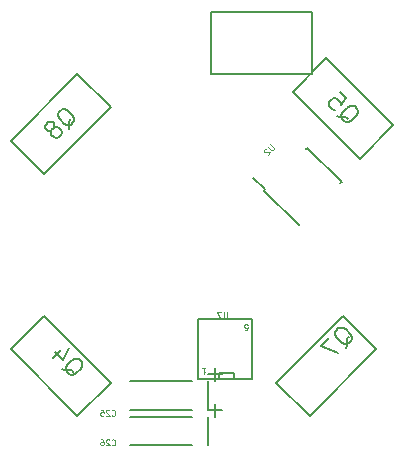
<source format=gbr>
G04 #@! TF.FileFunction,Legend,Bot*
%FSLAX46Y46*%
G04 Gerber Fmt 4.6, Leading zero omitted, Abs format (unit mm)*
G04 Created by KiCad (PCBNEW (2014-12-04 BZR 5312)-product) date 8/23/2015 4:43:04 PM*
%MOMM*%
G01*
G04 APERTURE LIST*
%ADD10C,0.100000*%
%ADD11C,0.125000*%
%ADD12C,0.150000*%
G04 APERTURE END LIST*
D10*
D11*
X154080952Y-97973810D02*
X154319047Y-97973810D01*
X154342857Y-97735714D01*
X154319047Y-97759524D01*
X154271428Y-97783333D01*
X154152381Y-97783333D01*
X154104762Y-97759524D01*
X154080952Y-97735714D01*
X154057143Y-97688095D01*
X154057143Y-97569048D01*
X154080952Y-97521429D01*
X154104762Y-97497619D01*
X154152381Y-97473810D01*
X154271428Y-97473810D01*
X154319047Y-97497619D01*
X154342857Y-97521429D01*
X150457143Y-101173810D02*
X150742857Y-101173810D01*
X150600000Y-101173810D02*
X150600000Y-101673810D01*
X150647619Y-101602381D01*
X150695238Y-101554762D01*
X150742857Y-101530952D01*
D12*
X162414214Y-96757359D02*
X165242641Y-99585786D01*
X165242641Y-99585786D02*
X159585786Y-105242641D01*
X159585786Y-105242641D02*
X156757359Y-102414214D01*
X156757359Y-102414214D02*
X162414214Y-96757359D01*
X142742641Y-102414214D02*
X139914214Y-105242641D01*
X139914214Y-105242641D02*
X134257359Y-99585786D01*
X134257359Y-99585786D02*
X137085786Y-96757359D01*
X137085786Y-96757359D02*
X142742641Y-102414214D01*
X158157359Y-77785786D02*
X160985786Y-74957359D01*
X160985786Y-74957359D02*
X166642641Y-80614214D01*
X166642641Y-80614214D02*
X163814214Y-83442641D01*
X163814214Y-83442641D02*
X158157359Y-77785786D01*
X137085786Y-84742641D02*
X134257359Y-81914214D01*
X134257359Y-81914214D02*
X139914214Y-76257359D01*
X139914214Y-76257359D02*
X142742641Y-79085786D01*
X142742641Y-79085786D02*
X137085786Y-84742641D01*
X155500000Y-71000000D02*
X159750000Y-71000000D01*
X159750000Y-71000000D02*
X159750000Y-76250000D01*
X159750000Y-76250000D02*
X151250000Y-76250000D01*
X151250000Y-76250000D02*
X151250000Y-71000000D01*
X151250000Y-71000000D02*
X155500000Y-71000000D01*
X155711953Y-86153553D02*
X155814484Y-86051023D01*
X158646447Y-89088047D02*
X158748977Y-88985516D01*
X162288047Y-85446447D02*
X162185516Y-85548977D01*
X159353553Y-82511953D02*
X159251023Y-82614484D01*
X155711953Y-86153553D02*
X158646447Y-89088047D01*
X159353553Y-82511953D02*
X162288047Y-85446447D01*
X155814484Y-86051023D02*
X154824534Y-85061073D01*
X149600960Y-104698880D02*
X144399040Y-104698880D01*
X144399040Y-102301120D02*
X149600960Y-102301120D01*
X151599940Y-101201300D02*
X151599940Y-102301120D01*
X152199380Y-101701680D02*
X151000500Y-101701680D01*
X150995420Y-102301120D02*
X150995420Y-104698880D01*
X149600960Y-107698880D02*
X144399040Y-107698880D01*
X144399040Y-105301120D02*
X149600960Y-105301120D01*
X151599940Y-104201300D02*
X151599940Y-105301120D01*
X152199380Y-104701680D02*
X151000500Y-104701680D01*
X150995420Y-105301120D02*
X150995420Y-107698880D01*
X154686000Y-102140000D02*
X154686000Y-97060000D01*
X154686000Y-97060000D02*
X150114000Y-97060000D01*
X150114000Y-97060000D02*
X150114000Y-102140000D01*
X150114000Y-102140000D02*
X154686000Y-102140000D01*
X153162000Y-102140000D02*
X153162000Y-101632000D01*
X153162000Y-101632000D02*
X151892000Y-101632000D01*
X151892000Y-101632000D02*
X151892000Y-102140000D01*
X162681853Y-99479823D02*
X162732360Y-99328300D01*
X162732360Y-99126269D01*
X162732360Y-98823223D01*
X162782868Y-98671701D01*
X162883883Y-98570686D01*
X163085914Y-98873731D02*
X163136422Y-98722208D01*
X163136422Y-98520178D01*
X162984899Y-98267639D01*
X162631345Y-97914086D01*
X162378807Y-97762563D01*
X162176777Y-97762563D01*
X162025254Y-97813070D01*
X161823223Y-98015101D01*
X161772715Y-98166624D01*
X161772715Y-98368655D01*
X161924238Y-98621192D01*
X162277792Y-98974746D01*
X162530330Y-99126269D01*
X162732360Y-99126269D01*
X162883883Y-99075761D01*
X163085914Y-98873731D01*
X161217131Y-98621193D02*
X160510024Y-99328300D01*
X162025253Y-99934391D01*
X138620177Y-101281853D02*
X138771700Y-101332360D01*
X138973731Y-101332360D01*
X139276777Y-101332360D01*
X139428299Y-101382868D01*
X139529314Y-101483883D01*
X139226269Y-101685914D02*
X139377792Y-101736422D01*
X139579822Y-101736422D01*
X139832361Y-101584899D01*
X140185914Y-101231345D01*
X140337437Y-100978807D01*
X140337437Y-100776777D01*
X140286930Y-100625254D01*
X140084899Y-100423223D01*
X139933376Y-100372715D01*
X139731345Y-100372715D01*
X139478808Y-100524238D01*
X139125254Y-100877792D01*
X138973731Y-101130330D01*
X138973731Y-101332360D01*
X139024239Y-101483883D01*
X139226269Y-101685914D01*
X138569670Y-99615101D02*
X137862563Y-100322207D01*
X139226269Y-99463578D02*
X138721193Y-100473731D01*
X138064593Y-99817131D01*
X161920177Y-79881853D02*
X162071700Y-79932360D01*
X162273731Y-79932360D01*
X162576777Y-79932360D01*
X162728299Y-79982868D01*
X162829314Y-80083883D01*
X162526269Y-80285914D02*
X162677792Y-80336422D01*
X162879822Y-80336422D01*
X163132361Y-80184899D01*
X163485914Y-79831345D01*
X163637437Y-79578807D01*
X163637437Y-79376777D01*
X163586930Y-79225254D01*
X163384899Y-79023223D01*
X163233376Y-78972715D01*
X163031345Y-78972715D01*
X162778808Y-79124238D01*
X162425254Y-79477792D01*
X162273731Y-79730330D01*
X162273731Y-79932360D01*
X162324239Y-80083883D01*
X162526269Y-80285914D01*
X162172715Y-77811039D02*
X162677792Y-78316116D01*
X162223223Y-78871700D01*
X162223223Y-78770685D01*
X162172715Y-78619162D01*
X161920177Y-78366624D01*
X161768654Y-78316117D01*
X161667639Y-78316116D01*
X161516117Y-78366624D01*
X161263578Y-78619162D01*
X161213070Y-78770684D01*
X161213070Y-78871700D01*
X161263578Y-79023223D01*
X161516117Y-79275761D01*
X161667639Y-79326269D01*
X161768655Y-79326269D01*
X139181853Y-80979823D02*
X139232360Y-80828300D01*
X139232360Y-80626269D01*
X139232360Y-80323223D01*
X139282868Y-80171701D01*
X139383883Y-80070686D01*
X139585914Y-80373731D02*
X139636422Y-80222208D01*
X139636422Y-80020178D01*
X139484899Y-79767639D01*
X139131345Y-79414086D01*
X138878807Y-79262563D01*
X138676777Y-79262563D01*
X138525254Y-79313070D01*
X138323223Y-79515101D01*
X138272715Y-79666624D01*
X138272715Y-79868655D01*
X138424238Y-80121192D01*
X138777792Y-80474746D01*
X139030330Y-80626269D01*
X139232360Y-80626269D01*
X139383883Y-80575761D01*
X139585914Y-80373731D01*
X137919162Y-80828300D02*
X137969670Y-80676777D01*
X137969669Y-80575762D01*
X137919162Y-80424238D01*
X137868655Y-80373731D01*
X137717132Y-80323224D01*
X137616117Y-80323223D01*
X137464593Y-80373731D01*
X137262562Y-80575762D01*
X137212055Y-80727285D01*
X137212055Y-80828300D01*
X137262563Y-80979823D01*
X137313070Y-81030330D01*
X137464593Y-81080838D01*
X137565609Y-81080838D01*
X137717132Y-81030331D01*
X137919162Y-80828300D01*
X138070685Y-80777792D01*
X138171700Y-80777793D01*
X138323223Y-80828300D01*
X138525254Y-81030330D01*
X138575761Y-81181853D01*
X138575762Y-81282868D01*
X138525253Y-81434391D01*
X138323223Y-81636422D01*
X138171700Y-81686930D01*
X138070684Y-81686930D01*
X137919162Y-81636422D01*
X137717132Y-81434391D01*
X137666624Y-81282869D01*
X137666624Y-81181853D01*
X137717132Y-81030331D01*
D11*
X156247334Y-82225743D02*
X156533544Y-82511953D01*
X156550380Y-82562461D01*
X156550380Y-82596133D01*
X156533544Y-82646640D01*
X156466200Y-82713984D01*
X156415693Y-82730820D01*
X156382021Y-82730819D01*
X156331513Y-82713984D01*
X156045304Y-82427774D01*
X155927453Y-82612969D02*
X155893780Y-82612969D01*
X155843273Y-82629805D01*
X155759094Y-82713984D01*
X155742258Y-82764492D01*
X155742258Y-82798164D01*
X155759094Y-82848671D01*
X155792766Y-82882343D01*
X155860109Y-82916015D01*
X156264169Y-82916015D01*
X156045304Y-83134880D01*
X142821428Y-105178571D02*
X142845238Y-105202381D01*
X142916666Y-105226190D01*
X142964285Y-105226190D01*
X143035714Y-105202381D01*
X143083333Y-105154762D01*
X143107142Y-105107143D01*
X143130952Y-105011905D01*
X143130952Y-104940476D01*
X143107142Y-104845238D01*
X143083333Y-104797619D01*
X143035714Y-104750000D01*
X142964285Y-104726190D01*
X142916666Y-104726190D01*
X142845238Y-104750000D01*
X142821428Y-104773810D01*
X142630952Y-104773810D02*
X142607142Y-104750000D01*
X142559523Y-104726190D01*
X142440476Y-104726190D01*
X142392857Y-104750000D01*
X142369047Y-104773810D01*
X142345238Y-104821429D01*
X142345238Y-104869048D01*
X142369047Y-104940476D01*
X142654761Y-105226190D01*
X142345238Y-105226190D01*
X141892857Y-104726190D02*
X142130952Y-104726190D01*
X142154762Y-104964286D01*
X142130952Y-104940476D01*
X142083333Y-104916667D01*
X141964286Y-104916667D01*
X141916667Y-104940476D01*
X141892857Y-104964286D01*
X141869048Y-105011905D01*
X141869048Y-105130952D01*
X141892857Y-105178571D01*
X141916667Y-105202381D01*
X141964286Y-105226190D01*
X142083333Y-105226190D01*
X142130952Y-105202381D01*
X142154762Y-105178571D01*
X142821428Y-107678571D02*
X142845238Y-107702381D01*
X142916666Y-107726190D01*
X142964285Y-107726190D01*
X143035714Y-107702381D01*
X143083333Y-107654762D01*
X143107142Y-107607143D01*
X143130952Y-107511905D01*
X143130952Y-107440476D01*
X143107142Y-107345238D01*
X143083333Y-107297619D01*
X143035714Y-107250000D01*
X142964285Y-107226190D01*
X142916666Y-107226190D01*
X142845238Y-107250000D01*
X142821428Y-107273810D01*
X142630952Y-107273810D02*
X142607142Y-107250000D01*
X142559523Y-107226190D01*
X142440476Y-107226190D01*
X142392857Y-107250000D01*
X142369047Y-107273810D01*
X142345238Y-107321429D01*
X142345238Y-107369048D01*
X142369047Y-107440476D01*
X142654761Y-107726190D01*
X142345238Y-107726190D01*
X141916667Y-107226190D02*
X142011905Y-107226190D01*
X142059524Y-107250000D01*
X142083333Y-107273810D01*
X142130952Y-107345238D01*
X142154762Y-107440476D01*
X142154762Y-107630952D01*
X142130952Y-107678571D01*
X142107143Y-107702381D01*
X142059524Y-107726190D01*
X141964286Y-107726190D01*
X141916667Y-107702381D01*
X141892857Y-107678571D01*
X141869048Y-107630952D01*
X141869048Y-107511905D01*
X141892857Y-107464286D01*
X141916667Y-107440476D01*
X141964286Y-107416667D01*
X142059524Y-107416667D01*
X142107143Y-107440476D01*
X142130952Y-107464286D01*
X142154762Y-107511905D01*
X152580952Y-96426190D02*
X152580952Y-96830952D01*
X152557143Y-96878571D01*
X152533333Y-96902381D01*
X152485714Y-96926190D01*
X152390476Y-96926190D01*
X152342857Y-96902381D01*
X152319048Y-96878571D01*
X152295238Y-96830952D01*
X152295238Y-96426190D01*
X152104761Y-96426190D02*
X151771428Y-96426190D01*
X151985714Y-96926190D01*
M02*

</source>
